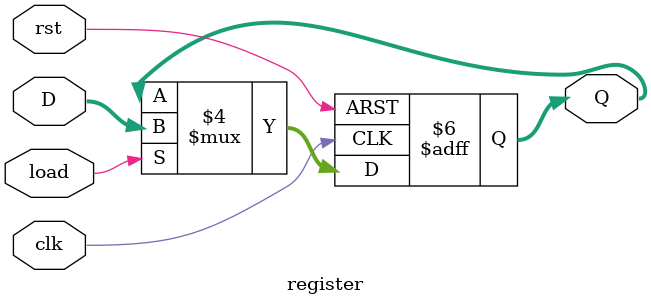
<source format=v>
`timescale 1ns / 1ps

module register 
#(
	parameter N=16
)(
	input wire [N-1:0] D,
	input wire load,
	input wire clk, rst,
	output reg [N-1:0] Q 
);
     
	always@(posedge clk, posedge rst)
		if (rst==1'b1) Q<={N{1'b0}};
		else if(load==1'b1) Q<=D;   
 
endmodule
</source>
